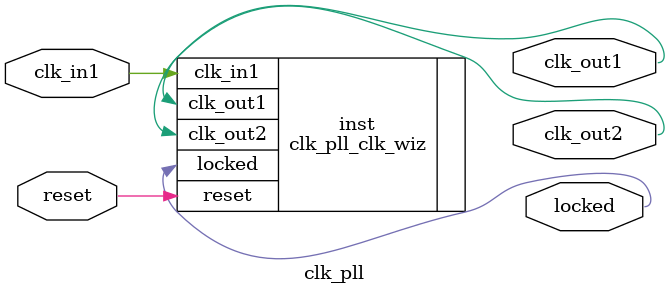
<source format=v>


`timescale 1ps/1ps

(* CORE_GENERATION_INFO = "clk_pll,clk_wiz_v6_0_4_0_0,{component_name=clk_pll,use_phase_alignment=true,use_min_o_jitter=false,use_max_i_jitter=false,use_dyn_phase_shift=false,use_inclk_switchover=false,use_dyn_reconfig=false,enable_axi=0,feedback_source=FDBK_AUTO,PRIMITIVE=PLL,num_out_clk=2,clkin1_period=20.000,clkin2_period=10.000,use_power_down=false,use_reset=true,use_locked=true,use_inclk_stopped=false,feedback_type=SINGLE,CLOCK_MGR_TYPE=NA,manual_override=false}" *)

module clk_pll 
 (
  // Clock out ports
  output        clk_out1,
  output        clk_out2,
  // Status and control signals
  input         reset,
  output        locked,
 // Clock in ports
  input         clk_in1
 );

  clk_pll_clk_wiz inst
  (
  // Clock out ports  
  .clk_out1(clk_out1),
  .clk_out2(clk_out2),
  // Status and control signals               
  .reset(reset), 
  .locked(locked),
 // Clock in ports
  .clk_in1(clk_in1)
  );

endmodule

</source>
